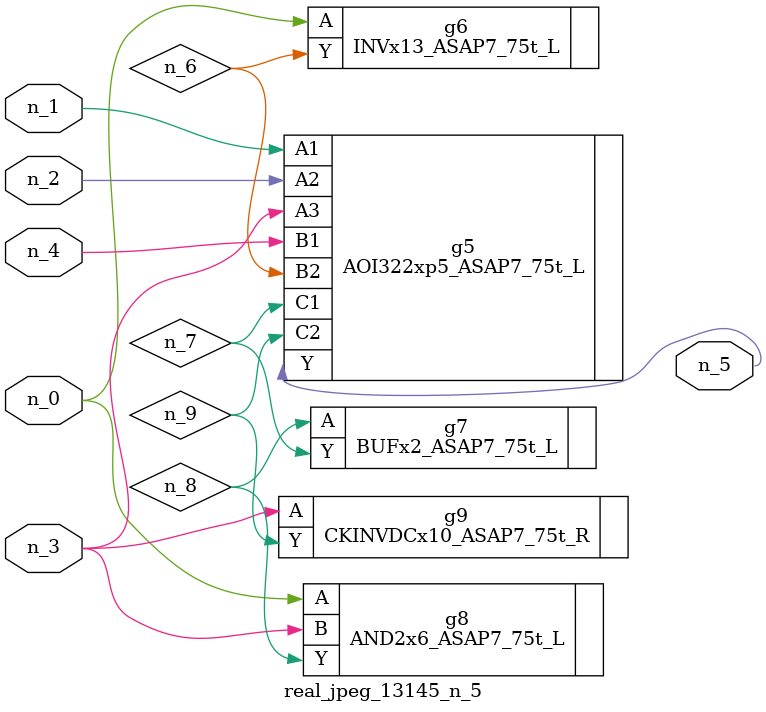
<source format=v>
module real_jpeg_13145_n_5 (n_4, n_0, n_1, n_2, n_3, n_5);

input n_4;
input n_0;
input n_1;
input n_2;
input n_3;

output n_5;

wire n_8;
wire n_6;
wire n_7;
wire n_9;

INVx13_ASAP7_75t_L g6 ( 
.A(n_0),
.Y(n_6)
);

AND2x6_ASAP7_75t_L g8 ( 
.A(n_0),
.B(n_3),
.Y(n_8)
);

AOI322xp5_ASAP7_75t_L g5 ( 
.A1(n_1),
.A2(n_2),
.A3(n_3),
.B1(n_4),
.B2(n_6),
.C1(n_7),
.C2(n_9),
.Y(n_5)
);

CKINVDCx10_ASAP7_75t_R g9 ( 
.A(n_3),
.Y(n_9)
);

BUFx2_ASAP7_75t_L g7 ( 
.A(n_8),
.Y(n_7)
);


endmodule
</source>
